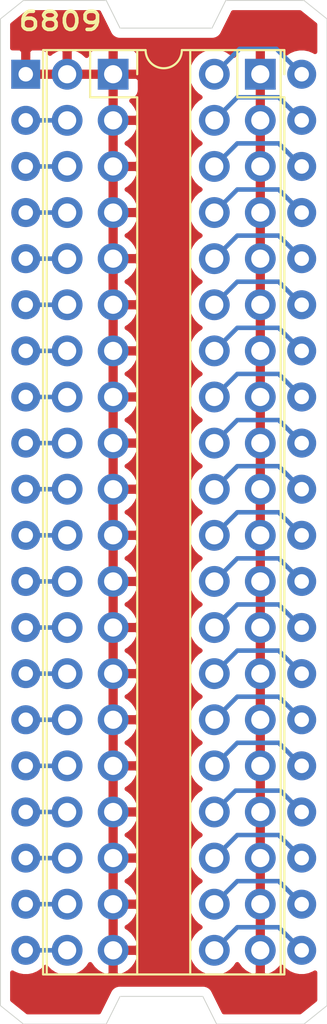
<source format=kicad_pcb>
(kicad_pcb (version 20240108) (generator "pcbnew") (generator_version "8.0")
  (title_block (date "2024-07-13") (comment 3 "mirko (novintic)"))
  (layers (0 "F.Cu" signal) (31 "B.Cu" signal) (34 "B.Paste" user) (35 "F.Paste" user) (36 "B.SilkS" user "B.Silkscreen") (37 "F.SilkS" user "F.Silkscreen") (38 "B.Mask" user) (39 "F.Mask" user) (44 "Edge.Cuts" user))
  (net 0 "")
  (net 1 "Net-(J2-Pad22)")
  (net 2 "Net-(J2-Pad24)")
  (net 3 "Net-(J2-Pad26)")
  (net 4 "Net-(J2-Pad28)")
  (net 5 "Net-(J2-Pad30)")
  (net 6 "Net-(J2-Pad32)")
  (net 7 "Net-(J2-Pad34)")
  (net 8 "Net-(J2-Pad36)")
  (net 9 "Net-(J2-Pad38)")
  (net 10 "GND")
  (net 11 "Net-(J2-Pad39)")
  (net 12 "Net-(J2-Pad37)")
  (net 13 "Net-(J2-Pad35)")
  (net 14 "Net-(J2-Pad33)")
  (net 15 "Net-(J2-Pad31)")
  (net 16 "Net-(J2-Pad29)")
  (net 17 "Net-(J2-Pad27)")
  (net 18 "Net-(J2-Pad25)")
  (net 19 "Net-(J2-Pad23)")
  (net 20 "Net-(J1-Pad4)")
  (net 21 "Net-(J1-Pad6)")
  (net 22 "Net-(J1-Pad8)")
  (net 23 "Net-(J1-Pad10)")
  (net 24 "Net-(J1-Pad12)")
  (net 25 "Net-(J1-Pad14)")
  (net 26 "Net-(J1-Pad16)")
  (net 27 "Net-(J1-Pad18)")
  (net 28 "Net-(J1-Pad20)")
  (net 29 "Net-(J1-Pad22)")
  (net 30 "Net-(J1-Pad24)")
  (net 31 "Net-(J1-Pad26)")
  (net 32 "Net-(J1-Pad28)")
  (net 33 "Net-(J1-Pad30)")
  (net 34 "Net-(J1-Pad32)")
  (net 35 "Net-(J1-Pad34)")
  (net 36 "Net-(J1-Pad36)")
  (net 37 "Net-(J1-Pad38)")
  (net 38 "Net-(J1-Pad40)")
  (net 39 "Net-(J2-Pad40)")
  (net 40 "Net-(J2-Pad21)")
  (footprint "Connector_PinSocket_2.54mm:PinSocket_2x20_P2.54mm_Vertical" (layer "F.Cu") (at 126.873 57.912)
    (property "Reference" "J1" (hide yes))
    (property "Value" "40PIN1" (hide yes))
    (fp_line (start -3.87 -1.33) (end -3.87 49.59) (stroke (width 0.12)) (layer "F.SilkS"))
    (fp_line (start -3.87 -1.33) (end -1.27 -1.33) (stroke (width 0.12)) (layer "F.SilkS"))
    (fp_line (start -3.87 49.59) (end 1.33 49.59) (stroke (width 0.12)) (layer "F.SilkS"))
    (fp_line (start -1.27 -1.33) (end -1.27 1.27) (stroke (width 0.12)) (layer "F.SilkS"))
    (fp_line (start -1.27 1.27) (end 1.33 1.27) (stroke (width 0.12)) (layer "F.SilkS"))
    (fp_line (start 0 -1.33) (end 1.33 -1.33) (stroke (width 0.12)) (layer "F.SilkS"))
    (fp_line (start 1.33 -1.33) (end 1.33 0) (stroke (width 0.12)) (layer "F.SilkS"))
    (fp_line (start 1.33 1.27) (end 1.33 49.59) (stroke (width 0.12)) (layer "F.SilkS"))
    (pad "1" thru_hole rect (at 0 0) (size 1.7 1.7) (drill 1) (layers "*.Cu" "*.Mask") (net 10 "GND"))
    (pad "2" thru_hole oval (at -2.54 0) (size 1.7 1.7) (drill 1) (layers "*.Cu" "*.Mask") (net 10 "GND"))
    (pad "3" thru_hole oval (at 0 2.54) (size 1.7 1.7) (drill 1) (layers "*.Cu" "*.Mask") (net 10 "GND"))
    (pad "4" thru_hole oval (at -2.54 2.54) (size 1.7 1.7) (drill 1) (layers "*.Cu" "*.Mask") (net 20 "Net-(J1-Pad4)"))
    (pad "5" thru_hole oval (at 0 5.08) (size 1.7 1.7) (drill 1) (layers "*.Cu" "*.Mask") (net 10 "GND"))
    (pad "6" thru_hole oval (at -2.54 5.08) (size 1.7 1.7) (drill 1) (layers "*.Cu" "*.Mask") (net 21 "Net-(J1-Pad6)"))
    (pad "7" thru_hole oval (at 0 7.62) (size 1.7 1.7) (drill 1) (layers "*.Cu" "*.Mask") (net 10 "GND"))
    (pad "8" thru_hole oval (at -2.54 7.62) (size 1.7 1.7) (drill 1) (layers "*.Cu" "*.Mask") (net 22 "Net-(J1-Pad8)"))
    (pad "9" thru_hole oval (at 0 10.16) (size 1.7 1.7) (drill 1) (layers "*.Cu" "*.Mask") (net 10 "GND"))
    (pad "10" thru_hole oval (at -2.54 10.16) (size 1.7 1.7) (drill 1) (layers "*.Cu" "*.Mask") (net 23 "Net-(J1-Pad10)"))
    (pad "11" thru_hole oval (at 0 12.7) (size 1.7 1.7) (drill 1) (layers "*.Cu" "*.Mask") (net 10 "GND"))
    (pad "12" thru_hole oval (at -2.54 12.7) (size 1.7 1.7) (drill 1) (layers "*.Cu" "*.Mask") (net 24 "Net-(J1-Pad12)"))
    (pad "13" thru_hole oval (at 0 15.24) (size 1.7 1.7) (drill 1) (layers "*.Cu" "*.Mask") (net 10 "GND"))
    (pad "14" thru_hole oval (at -2.54 15.24) (size 1.7 1.7) (drill 1) (layers "*.Cu" "*.Mask") (net 25 "Net-(J1-Pad14)"))
    (pad "15" thru_hole oval (at 0 17.78) (size 1.7 1.7) (drill 1) (layers "*.Cu" "*.Mask") (net 10 "GND"))
    (pad "16" thru_hole oval (at -2.54 17.78) (size 1.7 1.7) (drill 1) (layers "*.Cu" "*.Mask") (net 26 "Net-(J1-Pad16)"))
    (pad "17" thru_hole oval (at 0 20.32) (size 1.7 1.7) (drill 1) (layers "*.Cu" "*.Mask") (net 10 "GND"))
    (pad "18" thru_hole oval (at -2.54 20.32) (size 1.7 1.7) (drill 1) (layers "*.Cu" "*.Mask") (net 27 "Net-(J1-Pad18)"))
    (pad "19" thru_hole oval (at 0 22.86) (size 1.7 1.7) (drill 1) (layers "*.Cu" "*.Mask") (net 10 "GND"))
    (pad "20" thru_hole oval (at -2.54 22.86) (size 1.7 1.7) (drill 1) (layers "*.Cu" "*.Mask") (net 28 "Net-(J1-Pad20)"))
    (pad "21" thru_hole oval (at 0 25.4) (size 1.7 1.7) (drill 1) (layers "*.Cu" "*.Mask") (net 10 "GND"))
    (pad "22" thru_hole oval (at -2.54 25.4) (size 1.7 1.7) (drill 1) (layers "*.Cu" "*.Mask") (net 29 "Net-(J1-Pad22)"))
    (pad "23" thru_hole oval (at 0 27.94) (size 1.7 1.7) (drill 1) (layers "*.Cu" "*.Mask") (net 10 "GND"))
    (pad "24" thru_hole oval (at -2.54 27.94) (size 1.7 1.7) (drill 1) (layers "*.Cu" "*.Mask") (net 30 "Net-(J1-Pad24)"))
    (pad "25" thru_hole oval (at 0 30.48) (size 1.7 1.7) (drill 1) (layers "*.Cu" "*.Mask") (net 10 "GND"))
    (pad "26" thru_hole oval (at -2.54 30.48) (size 1.7 1.7) (drill 1) (layers "*.Cu" "*.Mask") (net 31 "Net-(J1-Pad26)"))
    (pad "27" thru_hole oval (at 0 33.02) (size 1.7 1.7) (drill 1) (layers "*.Cu" "*.Mask") (net 10 "GND"))
    (pad "28" thru_hole oval (at -2.54 33.02) (size 1.7 1.7) (drill 1) (layers "*.Cu" "*.Mask") (net 32 "Net-(J1-Pad28)"))
    (pad "29" thru_hole oval (at 0 35.56) (size 1.7 1.7) (drill 1) (layers "*.Cu" "*.Mask") (net 10 "GND"))
    (pad "30" thru_hole oval (at -2.54 35.56) (size 1.7 1.7) (drill 1) (layers "*.Cu" "*.Mask") (net 33 "Net-(J1-Pad30)"))
    (pad "31" thru_hole oval (at 0 38.1) (size 1.7 1.7) (drill 1) (layers "*.Cu" "*.Mask") (net 10 "GND"))
    (pad "32" thru_hole oval (at -2.54 38.1) (size 1.7 1.7) (drill 1) (layers "*.Cu" "*.Mask") (net 34 "Net-(J1-Pad32)"))
    (pad "33" thru_hole oval (at 0 40.64) (size 1.7 1.7) (drill 1) (layers "*.Cu" "*.Mask") (net 10 "GND"))
    (pad "34" thru_hole oval (at -2.54 40.64) (size 1.7 1.7) (drill 1) (layers "*.Cu" "*.Mask") (net 35 "Net-(J1-Pad34)"))
    (pad "35" thru_hole oval (at 0 43.18) (size 1.7 1.7) (drill 1) (layers "*.Cu" "*.Mask") (net 10 "GND"))
    (pad "36" thru_hole oval (at -2.54 43.18) (size 1.7 1.7) (drill 1) (layers "*.Cu" "*.Mask") (net 36 "Net-(J1-Pad36)"))
    (pad "37" thru_hole oval (at 0 45.72) (size 1.7 1.7) (drill 1) (layers "*.Cu" "*.Mask") (net 10 "GND"))
    (pad "38" thru_hole oval (at -2.54 45.72) (size 1.7 1.7) (drill 1) (layers "*.Cu" "*.Mask") (net 37 "Net-(J1-Pad38)"))
    (pad "39" thru_hole oval (at 0 48.26) (size 1.7 1.7) (drill 1) (layers "*.Cu" "*.Mask") (net 10 "GND"))
    (pad "40" thru_hole oval (at -2.54 48.26) (size 1.7 1.7) (drill 1) (layers "*.Cu" "*.Mask") (net 38 "Net-(J1-Pad40)"))
  )
  (footprint "Connector_PinSocket_2.54mm:PinSocket_2x20_P2.54mm_Vertical" (layer "F.Cu") (at 135.001 57.912)
    (property "Reference" "J3" (hide yes))
    (property "Value" "40PIN2" (hide yes))
    (fp_line (start -3.87 -1.33) (end -3.87 49.59) (stroke (width 0.12)) (layer "F.SilkS"))
    (fp_line (start -3.87 -1.33) (end -1.27 -1.33) (stroke (width 0.12)) (layer "F.SilkS"))
    (fp_line (start -3.87 49.59) (end 1.33 49.59) (stroke (width 0.12)) (layer "F.SilkS"))
    (fp_line (start -1.27 -1.33) (end -1.27 1.27) (stroke (width 0.12)) (layer "F.SilkS"))
    (fp_line (start -1.27 1.27) (end 1.33 1.27) (stroke (width 0.12)) (layer "F.SilkS"))
    (fp_line (start 0 -1.33) (end 1.33 -1.33) (stroke (width 0.12)) (layer "F.SilkS"))
    (fp_line (start 1.33 -1.33) (end 1.33 0) (stroke (width 0.12)) (layer "F.SilkS"))
    (fp_line (start 1.33 1.27) (end 1.33 49.59) (stroke (width 0.12)) (layer "F.SilkS"))
    (pad "1" thru_hole rect (at 0 0) (size 1.7 1.7) (drill 1) (layers "*.Cu" "*.Mask") (net 10 "GND"))
    (pad "2" thru_hole oval (at -2.54 0) (size 1.7 1.7) (drill 1) (layers "*.Cu" "*.Mask") (net 39 "Net-(J2-Pad40)"))
    (pad "3" thru_hole oval (at 0 2.54) (size 1.7 1.7) (drill 1) (layers "*.Cu" "*.Mask") (net 10 "GND"))
    (pad "4" thru_hole oval (at -2.54 2.54) (size 1.7 1.7) (drill 1) (layers "*.Cu" "*.Mask") (net 11 "Net-(J2-Pad39)"))
    (pad "5" thru_hole oval (at 0 5.08) (size 1.7 1.7) (drill 1) (layers "*.Cu" "*.Mask") (net 10 "GND"))
    (pad "6" thru_hole oval (at -2.54 5.08) (size 1.7 1.7) (drill 1) (layers "*.Cu" "*.Mask") (net 9 "Net-(J2-Pad38)"))
    (pad "7" thru_hole oval (at 0 7.62) (size 1.7 1.7) (drill 1) (layers "*.Cu" "*.Mask") (net 10 "GND"))
    (pad "8" thru_hole oval (at -2.54 7.62) (size 1.7 1.7) (drill 1) (layers "*.Cu" "*.Mask") (net 12 "Net-(J2-Pad37)"))
    (pad "9" thru_hole oval (at 0 10.16) (size 1.7 1.7) (drill 1) (layers "*.Cu" "*.Mask") (net 10 "GND"))
    (pad "10" thru_hole oval (at -2.54 10.16) (size 1.7 1.7) (drill 1) (layers "*.Cu" "*.Mask") (net 8 "Net-(J2-Pad36)"))
    (pad "11" thru_hole oval (at 0 12.7) (size 1.7 1.7) (drill 1) (layers "*.Cu" "*.Mask") (net 10 "GND"))
    (pad "12" thru_hole oval (at -2.54 12.7) (size 1.7 1.7) (drill 1) (layers "*.Cu" "*.Mask") (net 13 "Net-(J2-Pad35)"))
    (pad "13" thru_hole oval (at 0 15.24) (size 1.7 1.7) (drill 1) (layers "*.Cu" "*.Mask") (net 10 "GND"))
    (pad "14" thru_hole oval (at -2.54 15.24) (size 1.7 1.7) (drill 1) (layers "*.Cu" "*.Mask") (net 7 "Net-(J2-Pad34)"))
    (pad "15" thru_hole oval (at 0 17.78) (size 1.7 1.7) (drill 1) (layers "*.Cu" "*.Mask") (net 10 "GND"))
    (pad "16" thru_hole oval (at -2.54 17.78) (size 1.7 1.7) (drill 1) (layers "*.Cu" "*.Mask") (net 14 "Net-(J2-Pad33)"))
    (pad "17" thru_hole oval (at 0 20.32) (size 1.7 1.7) (drill 1) (layers "*.Cu" "*.Mask") (net 10 "GND"))
    (pad "18" thru_hole oval (at -2.54 20.32) (size 1.7 1.7) (drill 1) (layers "*.Cu" "*.Mask") (net 6 "Net-(J2-Pad32)"))
    (pad "19" thru_hole oval (at 0 22.86) (size 1.7 1.7) (drill 1) (layers "*.Cu" "*.Mask") (net 10 "GND"))
    (pad "20" thru_hole oval (at -2.54 22.86) (size 1.7 1.7) (drill 1) (layers "*.Cu" "*.Mask") (net 15 "Net-(J2-Pad31)"))
    (pad "21" thru_hole oval (at 0 25.4) (size 1.7 1.7) (drill 1) (layers "*.Cu" "*.Mask") (net 10 "GND"))
    (pad "22" thru_hole oval (at -2.54 25.4) (size 1.7 1.7) (drill 1) (layers "*.Cu" "*.Mask") (net 5 "Net-(J2-Pad30)"))
    (pad "23" thru_hole oval (at 0 27.94) (size 1.7 1.7) (drill 1) (layers "*.Cu" "*.Mask") (net 10 "GND"))
    (pad "24" thru_hole oval (at -2.54 27.94) (size 1.7 1.7) (drill 1) (layers "*.Cu" "*.Mask") (net 16 "Net-(J2-Pad29)"))
    (pad "25" thru_hole oval (at 0 30.48) (size 1.7 1.7) (drill 1) (layers "*.Cu" "*.Mask") (net 10 "GND"))
    (pad "26" thru_hole oval (at -2.54 30.48) (size 1.7 1.7) (drill 1) (layers "*.Cu" "*.Mask") (net 4 "Net-(J2-Pad28)"))
    (pad "27" thru_hole oval (at 0 33.02) (size 1.7 1.7) (drill 1) (layers "*.Cu" "*.Mask") (net 10 "GND"))
    (pad "28" thru_hole oval (at -2.54 33.02) (size 1.7 1.7) (drill 1) (layers "*.Cu" "*.Mask") (net 17 "Net-(J2-Pad27)"))
    (pad "29" thru_hole oval (at 0 35.56) (size 1.7 1.7) (drill 1) (layers "*.Cu" "*.Mask") (net 10 "GND"))
    (pad "30" thru_hole oval (at -2.54 35.56) (size 1.7 1.7) (drill 1) (layers "*.Cu" "*.Mask") (net 3 "Net-(J2-Pad26)"))
    (pad "31" thru_hole oval (at 0 38.1) (size 1.7 1.7) (drill 1) (layers "*.Cu" "*.Mask") (net 10 "GND"))
    (pad "32" thru_hole oval (at -2.54 38.1) (size 1.7 1.7) (drill 1) (layers "*.Cu" "*.Mask") (net 18 "Net-(J2-Pad25)"))
    (pad "33" thru_hole oval (at 0 40.64) (size 1.7 1.7) (drill 1) (layers "*.Cu" "*.Mask") (net 10 "GND"))
    (pad "34" thru_hole oval (at -2.54 40.64) (size 1.7 1.7) (drill 1) (layers "*.Cu" "*.Mask") (net 2 "Net-(J2-Pad24)"))
    (pad "35" thru_hole oval (at 0 43.18) (size 1.7 1.7) (drill 1) (layers "*.Cu" "*.Mask") (net 10 "GND"))
    (pad "36" thru_hole oval (at -2.54 43.18) (size 1.7 1.7) (drill 1) (layers "*.Cu" "*.Mask") (net 19 "Net-(J2-Pad23)"))
    (pad "37" thru_hole oval (at 0 45.72) (size 1.7 1.7) (drill 1) (layers "*.Cu" "*.Mask") (net 10 "GND"))
    (pad "38" thru_hole oval (at -2.54 45.72) (size 1.7 1.7) (drill 1) (layers "*.Cu" "*.Mask") (net 1 "Net-(J2-Pad22)"))
    (pad "39" thru_hole oval (at 0 48.26) (size 1.7 1.7) (drill 1) (layers "*.Cu" "*.Mask") (net 10 "GND"))
    (pad "40" thru_hole oval (at -2.54 48.26) (size 1.7 1.7) (drill 1) (layers "*.Cu" "*.Mask") (net 40 "Net-(J2-Pad21)"))
  )
  (footprint "Package_DIP:DIP-40_W15.24mm" (layer "F.Cu") (at 122.047 57.912)
    (property "Reference" "J2" (hide yes))
    (property "Value" "UUT Connector" (hide yes))
    (fp_line (start 1.16 -1.33) (end 1.16 49.59) (stroke (width 0.12)) (layer "F.SilkS"))
    (fp_line (start 1.16 49.59) (end 14.08 49.59) (stroke (width 0.12)) (layer "F.SilkS"))
    (fp_line (start 6.62 -1.33) (end 1.16 -1.33) (stroke (width 0.12)) (layer "F.SilkS"))
    (fp_line (start 14.08 -1.33) (end 8.62 -1.33) (stroke (width 0.12)) (layer "F.SilkS"))
    (fp_line (start 14.08 49.59) (end 14.08 -1.33) (stroke (width 0.12)) (layer "F.SilkS"))
    (fp_arc (start 8.62 -1.33) (mid 7.62 -0.33) (end 6.62 -1.33) (stroke (width 0.12)) (layer "F.SilkS"))
    (pad "1" thru_hole rect (at 0 0) (size 1.6 1.6) (drill 0.8) (layers "*.Cu" "*.Mask") (net 10 "GND"))
    (pad "2" thru_hole oval (at 0 2.54) (size 1.6 1.6) (drill 0.8) (layers "*.Cu" "*.Mask") (net 20 "Net-(J1-Pad4)"))
    (pad "3" thru_hole oval (at 0 5.08) (size 1.6 1.6) (drill 0.8) (layers "*.Cu" "*.Mask") (net 21 "Net-(J1-Pad6)"))
    (pad "4" thru_hole oval (at 0 7.62) (size 1.6 1.6) (drill 0.8) (layers "*.Cu" "*.Mask") (net 22 "Net-(J1-Pad8)"))
    (pad "5" thru_hole oval (at 0 10.16) (size 1.6 1.6) (drill 0.8) (layers "*.Cu" "*.Mask") (net 23 "Net-(J1-Pad10)"))
    (pad "6" thru_hole oval (at 0 12.7) (size 1.6 1.6) (drill 0.8) (layers "*.Cu" "*.Mask") (net 24 "Net-(J1-Pad12)"))
    (pad "7" thru_hole oval (at 0 15.24) (size 1.6 1.6) (drill 0.8) (layers "*.Cu" "*.Mask") (net 25 "Net-(J1-Pad14)"))
    (pad "8" thru_hole oval (at 0 17.78) (size 1.6 1.6) (drill 0.8) (layers "*.Cu" "*.Mask") (net 26 "Net-(J1-Pad16)"))
    (pad "9" thru_hole oval (at 0 20.32) (size 1.6 1.6) (drill 0.8) (layers "*.Cu" "*.Mask") (net 27 "Net-(J1-Pad18)"))
    (pad "10" thru_hole oval (at 0 22.86) (size 1.6 1.6) (drill 0.8) (layers "*.Cu" "*.Mask") (net 28 "Net-(J1-Pad20)"))
    (pad "11" thru_hole oval (at 0 25.4) (size 1.6 1.6) (drill 0.8) (layers "*.Cu" "*.Mask") (net 29 "Net-(J1-Pad22)"))
    (pad "12" thru_hole oval (at 0 27.94) (size 1.6 1.6) (drill 0.8) (layers "*.Cu" "*.Mask") (net 30 "Net-(J1-Pad24)"))
    (pad "13" thru_hole oval (at 0 30.48) (size 1.6 1.6) (drill 0.8) (layers "*.Cu" "*.Mask") (net 31 "Net-(J1-Pad26)"))
    (pad "14" thru_hole oval (at 0 33.02) (size 1.6 1.6) (drill 0.8) (layers "*.Cu" "*.Mask") (net 32 "Net-(J1-Pad28)"))
    (pad "15" thru_hole oval (at 0 35.56) (size 1.6 1.6) (drill 0.8) (layers "*.Cu" "*.Mask") (net 33 "Net-(J1-Pad30)"))
    (pad "16" thru_hole oval (at 0 38.1) (size 1.6 1.6) (drill 0.8) (layers "*.Cu" "*.Mask") (net 34 "Net-(J1-Pad32)"))
    (pad "17" thru_hole oval (at 0 40.64) (size 1.6 1.6) (drill 0.8) (layers "*.Cu" "*.Mask") (net 35 "Net-(J1-Pad34)"))
    (pad "18" thru_hole oval (at 0 43.18) (size 1.6 1.6) (drill 0.8) (layers "*.Cu" "*.Mask") (net 36 "Net-(J1-Pad36)"))
    (pad "19" thru_hole oval (at 0 45.72) (size 1.6 1.6) (drill 0.8) (layers "*.Cu" "*.Mask") (net 37 "Net-(J1-Pad38)"))
    (pad "20" thru_hole oval (at 0 48.26) (size 1.6 1.6) (drill 0.8) (layers "*.Cu" "*.Mask") (net 38 "Net-(J1-Pad40)"))
    (pad "21" thru_hole oval (at 15.24 48.26) (size 1.6 1.6) (drill 0.8) (layers "*.Cu" "*.Mask") (net 40 "Net-(J2-Pad21)"))
    (pad "22" thru_hole oval (at 15.24 45.72) (size 1.6 1.6) (drill 0.8) (layers "*.Cu" "*.Mask") (net 1 "Net-(J2-Pad22)"))
    (pad "23" thru_hole oval (at 15.24 43.18) (size 1.6 1.6) (drill 0.8) (layers "*.Cu" "*.Mask") (net 19 "Net-(J2-Pad23)"))
    (pad "24" thru_hole oval (at 15.24 40.64) (size 1.6 1.6) (drill 0.8) (layers "*.Cu" "*.Mask") (net 2 "Net-(J2-Pad24)"))
    (pad "25" thru_hole oval (at 15.24 38.1) (size 1.6 1.6) (drill 0.8) (layers "*.Cu" "*.Mask") (net 18 "Net-(J2-Pad25)"))
    (pad "26" thru_hole oval (at 15.24 35.56) (size 1.6 1.6) (drill 0.8) (layers "*.Cu" "*.Mask") (net 3 "Net-(J2-Pad26)"))
    (pad "27" thru_hole oval (at 15.24 33.02) (size 1.6 1.6) (drill 0.8) (layers "*.Cu" "*.Mask") (net 17 "Net-(J2-Pad27)"))
    (pad "28" thru_hole oval (at 15.24 30.48) (size 1.6 1.6) (drill 0.8) (layers "*.Cu" "*.Mask") (net 4 "Net-(J2-Pad28)"))
    (pad "29" thru_hole oval (at 15.24 27.94) (size 1.6 1.6) (drill 0.8) (layers "*.Cu" "*.Mask") (net 16 "Net-(J2-Pad29)"))
    (pad "30" thru_hole oval (at 15.24 25.4) (size 1.6 1.6) (drill 0.8) (layers "*.Cu" "*.Mask") (net 5 "Net-(J2-Pad30)"))
    (pad "31" thru_hole oval (at 15.24 22.86) (size 1.6 1.6) (drill 0.8) (layers "*.Cu" "*.Mask") (net 15 "Net-(J2-Pad31)"))
    (pad "32" thru_hole oval (at 15.24 20.32) (size 1.6 1.6) (drill 0.8) (layers "*.Cu" "*.Mask") (net 6 "Net-(J2-Pad32)"))
    (pad "33" thru_hole oval (at 15.24 17.78) (size 1.6 1.6) (drill 0.8) (layers "*.Cu" "*.Mask") (net 14 "Net-(J2-Pad33)"))
    (pad "34" thru_hole oval (at 15.24 15.24) (size 1.6 1.6) (drill 0.8) (layers "*.Cu" "*.Mask") (net 7 "Net-(J2-Pad34)"))
    (pad "35" thru_hole oval (at 15.24 12.7) (size 1.6 1.6) (drill 0.8) (layers "*.Cu" "*.Mask") (net 13 "Net-(J2-Pad35)"))
    (pad "36" thru_hole oval (at 15.24 10.16) (size 1.6 1.6) (drill 0.8) (layers "*.Cu" "*.Mask") (net 8 "Net-(J2-Pad36)"))
    (pad "37" thru_hole oval (at 15.24 7.62) (size 1.6 1.6) (drill 0.8) (layers "*.Cu" "*.Mask") (net 12 "Net-(J2-Pad37)"))
    (pad "38" thru_hole oval (at 15.24 5.08) (size 1.6 1.6) (drill 0.8) (layers "*.Cu" "*.Mask") (net 9 "Net-(J2-Pad38)"))
    (pad "39" thru_hole oval (at 15.24 2.54) (size 1.6 1.6) (drill 0.8) (layers "*.Cu" "*.Mask") (net 11 "Net-(J2-Pad39)"))
    (pad "40" thru_hole oval (at 15.24 0) (size 1.6 1.6) (drill 0.8) (layers "*.Cu" "*.Mask") (net 39 "Net-(J2-Pad40)"))
  )
  (gr_line (start 126.492 53.848) (end 127.254 55.372) (stroke (width 0.05)) (layer "Edge.Cuts"))
  (gr_line (start 120.65 54.864) (end 121.92 53.848) (stroke (width 0.05)) (layer "Edge.Cuts"))
  (gr_line (start 137.414 53.848) (end 138.684 54.864) (stroke (width 0.05)) (layer "Edge.Cuts"))
  (gr_line (start 132.334 55.372) (end 133.096 53.848) (stroke (width 0.05)) (layer "Edge.Cuts"))
  (gr_line (start 137.414 110.236) (end 132.588 110.236) (stroke (width 0.05)) (layer "Edge.Cuts"))
  (gr_line (start 127.254 108.712) (end 126.492 110.236) (stroke (width 0.05)) (layer "Edge.Cuts"))
  (gr_line (start 121.92 110.236) (end 120.65 109.22) (stroke (width 0.05)) (layer "Edge.Cuts"))
  (gr_line (start 138.684 109.22) (end 137.414 110.236) (stroke (width 0.05)) (layer "Edge.Cuts"))
  (gr_line (start 131.826 108.712) (end 127.254 108.712) (stroke (width 0.05)) (layer "Edge.Cuts"))
  (gr_line (start 132.588 110.236) (end 131.826 108.712) (stroke (width 0.05)) (layer "Edge.Cuts"))
  (gr_line (start 126.492 110.236) (end 121.92 110.236) (stroke (width 0.05)) (layer "Edge.Cuts"))
  (gr_line (start 138.684 109.22) (end 138.684 54.864) (stroke (width 0.05)) (layer "Edge.Cuts"))
  (gr_line (start 120.65 54.864) (end 120.65 109.22) (stroke (width 0.05)) (layer "Edge.Cuts"))
  (gr_line (start 127.254 55.372) (end 132.334 55.372) (stroke (width 0.05)) (layer "Edge.Cuts"))
  (gr_line (start 133.096 53.848) (end 137.414 53.848) (stroke (width 0.05)) (layer "Edge.Cuts"))
  (gr_line (start 121.92 53.848) (end 126.492 53.848) (stroke (width 0.05)) (layer "Edge.Cuts"))
  (gr_text "6809" (at 123.952 54.991 0) (layer "F.SilkS") (effects (font (size 1 1.2) (thickness 0.2))))
  (segment (start 132.461 103.632) (end 133.731 102.362) (width 0.25) (layer "B.Cu") (net 1))
  (segment (start 136.487001 102.832001) (end 137.287 103.632) (width 0.25) (layer "B.Cu") (net 1))
  (segment (start 136.017 102.362) (end 136.487001 102.832001) (width 0.25) (layer "B.Cu") (net 1))
  (segment (start 133.731 102.362) (end 136.017 102.362) (width 0.25) (layer "B.Cu") (net 1))
  (segment (start 133.636001 97.376999) (end 136.111999 97.376999) (width 0.25) (layer "B.Cu") (net 2))
  (segment (start 132.461 98.552) (end 133.636001 97.376999) (width 0.25) (layer "B.Cu") (net 2))
  (segment (start 136.111999 97.376999) (end 136.487001 97.752001) (width 0.25) (layer "B.Cu") (net 2))
  (segment (start 136.487001 97.752001) (end 137.287 98.552) (width 0.25) (layer "B.Cu") (net 2))
  (segment (start 132.461 93.472) (end 133.731 92.202) (width 0.25) (layer "B.Cu") (net 3))
  (segment (start 133.731 92.202) (end 136.017 92.202) (width 0.25) (layer "B.Cu") (net 3))
  (segment (start 136.017 92.202) (end 136.487001 92.672001) (width 0.25) (layer "B.Cu") (net 3))
  (segment (start 136.487001 92.672001) (end 137.287 93.472) (width 0.25) (layer "B.Cu") (net 3))
  (segment (start 132.461 88.392) (end 133.731 87.122) (width 0.25) (layer "B.Cu") (net 4))
  (segment (start 133.731 87.122) (end 136.017 87.122) (width 0.25) (layer "B.Cu") (net 4))
  (segment (start 136.017 87.122) (end 136.487001 87.592001) (width 0.25) (layer "B.Cu") (net 4))
  (segment (start 136.487001 87.592001) (end 137.287 88.392) (width 0.25) (layer "B.Cu") (net 4))
  (segment (start 136.487001 82.512001) (end 137.287 83.312) (width 0.25) (layer "B.Cu") (net 5))
  (segment (start 132.461 83.312) (end 133.731 82.042) (width 0.25) (layer "B.Cu") (net 5))
  (segment (start 133.731 82.042) (end 136.017 82.042) (width 0.25) (layer "B.Cu") (net 5))
  (segment (start 136.017 82.042) (end 136.487001 82.512001) (width 0.25) (layer "B.Cu") (net 5))
  (segment (start 133.731 76.962) (end 136.017 76.962) (width 0.25) (layer "B.Cu") (net 6))
  (segment (start 132.461 78.232) (end 133.731 76.962) (width 0.25) (layer "B.Cu") (net 6))
  (segment (start 136.487001 77.432001) (end 137.287 78.232) (width 0.25) (layer "B.Cu") (net 6))
  (segment (start 136.017 76.962) (end 136.487001 77.432001) (width 0.25) (layer "B.Cu") (net 6))
  (segment (start 136.017 71.882) (end 136.487001 72.352001) (width 0.25) (layer "B.Cu") (net 7))
  (segment (start 132.461 73.152) (end 133.731 71.882) (width 0.25) (layer "B.Cu") (net 7))
  (segment (start 136.487001 72.352001) (end 137.287 73.152) (width 0.25) (layer "B.Cu") (net 7))
  (segment (start 133.731 71.882) (end 136.017 71.882) (width 0.25) (layer "B.Cu") (net 7))
  (segment (start 136.487001 67.272001) (end 137.287 68.072) (width 0.25) (layer "B.Cu") (net 8))
  (segment (start 132.461 68.072) (end 133.731 66.802) (width 0.25) (layer "B.Cu") (net 8))
  (segment (start 136.017 66.802) (end 136.487001 67.272001) (width 0.25) (layer "B.Cu") (net 8))
  (segment (start 133.731 66.802) (end 136.017 66.802) (width 0.25) (layer "B.Cu") (net 8))
  (segment (start 133.731 61.722) (end 136.017 61.722) (width 0.25) (layer "B.Cu") (net 9))
  (segment (start 136.487001 62.192001) (end 137.287 62.992) (width 0.25) (layer "B.Cu") (net 9))
  (segment (start 136.017 61.722) (end 136.487001 62.192001) (width 0.25) (layer "B.Cu") (net 9))
  (segment (start 132.461 62.992) (end 133.731 61.722) (width 0.25) (layer "B.Cu") (net 9))
  (segment (start 133.731 59.182) (end 136.017 59.182) (width 0.25) (layer "B.Cu") (net 11))
  (segment (start 132.461 60.452) (end 133.731 59.182) (width 0.25) (layer "B.Cu") (net 11))
  (segment (start 136.487001 59.652001) (end 137.287 60.452) (width 0.25) (layer "B.Cu") (net 11))
  (segment (start 136.017 59.182) (end 136.487001 59.652001) (width 0.25) (layer "B.Cu") (net 11))
  (segment (start 136.487001 64.732001) (end 137.287 65.532) (width 0.25) (layer "B.Cu") (net 12))
  (segment (start 133.731 64.262) (end 136.017 64.262) (width 0.25) (layer "B.Cu") (net 12))
  (segment (start 132.461 65.532) (end 133.731 64.262) (width 0.25) (layer "B.Cu") (net 12))
  (segment (start 136.017 64.262) (end 136.487001 64.732001) (width 0.25) (layer "B.Cu") (net 12))
  (segment (start 133.731 69.342) (end 136.017 69.342) (width 0.25) (layer "B.Cu") (net 13))
  (segment (start 132.461 70.612) (end 133.731 69.342) (width 0.25) (layer "B.Cu") (net 13))
  (segment (start 136.487001 69.812001) (end 137.287 70.612) (width 0.25) (layer "B.Cu") (net 13))
  (segment (start 136.017 69.342) (end 136.487001 69.812001) (width 0.25) (layer "B.Cu") (net 13))
  (segment (start 132.461 75.692) (end 133.731 74.422) (width 0.25) (layer "B.Cu") (net 14))
  (segment (start 133.731 74.422) (end 136.017 74.422) (width 0.25) (layer "B.Cu") (net 14))
  (segment (start 136.017 74.422) (end 136.487001 74.892001) (width 0.25) (layer "B.Cu") (net 14))
  (segment (start 136.487001 74.892001) (end 137.287 75.692) (width 0.25) (layer "B.Cu") (net 14))
  (segment (start 132.461 80.772) (end 133.731 79.502) (width 0.25) (layer "B.Cu") (net 15))
  (segment (start 136.487001 79.972001) (end 137.287 80.772) (width 0.25) (layer "B.Cu") (net 15))
  (segment (start 133.731 79.502) (end 136.017 79.502) (width 0.25) (layer "B.Cu") (net 15))
  (segment (start 136.017 79.502) (end 136.487001 79.972001) (width 0.25) (layer "B.Cu") (net 15))
  (segment (start 136.017 84.582) (end 136.487001 85.052001) (width 0.25) (layer "B.Cu") (net 16))
  (segment (start 132.461 85.852) (end 133.731 84.582) (width 0.25) (layer "B.Cu") (net 16))
  (segment (start 136.487001 85.052001) (end 137.287 85.852) (width 0.25) (layer "B.Cu") (net 16))
  (segment (start 133.731 84.582) (end 136.017 84.582) (width 0.25) (layer "B.Cu") (net 16))
  (segment (start 136.017 89.662) (end 136.487001 90.132001) (width 0.25) (layer "B.Cu") (net 17))
  (segment (start 132.461 90.932) (end 133.731 89.662) (width 0.25) (layer "B.Cu") (net 17))
  (segment (start 133.731 89.662) (end 136.017 89.662) (width 0.25) (layer "B.Cu") (net 17))
  (segment (start 136.487001 90.132001) (end 137.287 90.932) (width 0.25) (layer "B.Cu") (net 17))
  (segment (start 136.017 94.742) (end 136.487001 95.212001) (width 0.25) (layer "B.Cu") (net 18))
  (segment (start 133.731 94.742) (end 136.017 94.742) (width 0.25) (layer "B.Cu") (net 18))
  (segment (start 132.461 96.012) (end 133.731 94.742) (width 0.25) (layer "B.Cu") (net 18))
  (segment (start 136.487001 95.212001) (end 137.287 96.012) (width 0.25) (layer "B.Cu") (net 18))
  (segment (start 136.487001 100.292001) (end 137.287 101.092) (width 0.25) (layer "B.Cu") (net 19))
  (segment (start 132.461 101.092) (end 133.731 99.822) (width 0.25) (layer "B.Cu") (net 19))
  (segment (start 136.017 99.822) (end 136.487001 100.292001) (width 0.25) (layer "B.Cu") (net 19))
  (segment (start 133.731 99.822) (end 136.017 99.822) (width 0.25) (layer "B.Cu") (net 19))
  (segment (start 122.047 60.452) (end 124.333 60.452) (width 0.25) (layer "B.Cu") (net 20))
  (segment (start 122.047 62.992) (end 124.333 62.992) (width 0.25) (layer "B.Cu") (net 21))
  (segment (start 122.047 65.532) (end 124.333 65.532) (width 0.25) (layer "B.Cu") (net 22))
  (segment (start 122.047 68.072) (end 124.333 68.072) (width 0.25) (layer "B.Cu") (net 23))
  (segment (start 122.047 70.612) (end 124.333 70.612) (width 0.25) (layer "B.Cu") (net 24))
  (segment (start 122.047 73.152) (end 124.333 73.152) (width 0.25) (layer "B.Cu") (net 25))
  (segment (start 122.047 75.692) (end 124.333 75.692) (width 0.25) (layer "B.Cu") (net 26))
  (segment (start 122.047 78.232) (end 124.333 78.232) (width 0.25) (layer "B.Cu") (net 27))
  (segment (start 122.047 80.772) (end 124.333 80.772) (width 0.25) (layer "B.Cu") (net 28))
  (segment (start 122.047 83.312) (end 124.333 83.312) (width 0.25) (layer "B.Cu") (net 29))
  (segment (start 122.047 85.852) (end 124.333 85.852) (width 0.25) (layer "B.Cu") (net 30))
  (segment (start 122.047 88.392) (end 124.333 88.392) (width 0.25) (layer "B.Cu") (net 31))
  (segment (start 122.047 90.932) (end 124.333 90.932) (width 0.25) (layer "B.Cu") (net 32))
  (segment (start 122.047 93.472) (end 124.333 93.472) (width 0.25) (layer "B.Cu") (net 33))
  (segment (start 122.047 96.012) (end 124.333 96.012) (width 0.25) (layer "B.Cu") (net 34))
  (segment (start 122.047 98.552) (end 124.333 98.552) (width 0.25) (layer "B.Cu") (net 35))
  (segment (start 122.047 101.092) (end 124.333 101.092) (width 0.25) (layer "B.Cu") (net 36))
  (segment (start 122.047 103.632) (end 124.333 103.632) (width 0.25) (layer "B.Cu") (net 37))
  (segment (start 124.333 106.172) (end 122.047 106.172) (width 0.25) (layer "B.Cu") (net 38))
  (segment (start 133.858 56.515) (end 135.89 56.515) (width 0.25) (layer "B.Cu") (net 39))
  (segment (start 136.487001 57.112001) (end 137.287 57.912) (width 0.25) (layer "B.Cu") (net 39))
  (segment (start 135.89 56.515) (end 136.487001 57.112001) (width 0.25) (layer "B.Cu") (net 39))
  (segment (start 132.461 57.912) (end 133.858 56.515) (width 0.25) (layer "B.Cu") (net 39))
  (segment (start 136.487001 105.372001) (end 137.287 106.172) (width 0.25) (layer "B.Cu") (net 40))
  (segment (start 136.017 104.902) (end 136.487001 105.372001) (width 0.25) (layer "B.Cu") (net 40))
  (segment (start 133.731 104.902) (end 136.017 104.902) (width 0.25) (layer "B.Cu") (net 40))
  (segment (start 132.461 106.172) (end 133.731 104.902) (width 0.25) (layer "B.Cu") (net 40))
  (zone (net 10) (net_name "GND") (layer "F.Cu") (connect_pads (clearance 0.508)) (min_thickness 0.254) (fill yes (thermal_gap 0.508) (thermal_bridge_width 0.508))
    (polygon (pts (xy 138.684 110.236) (xy 120.65 110.236) (xy 120.65 53.848) (xy 138.684 53.848)))
  )
)
</source>
